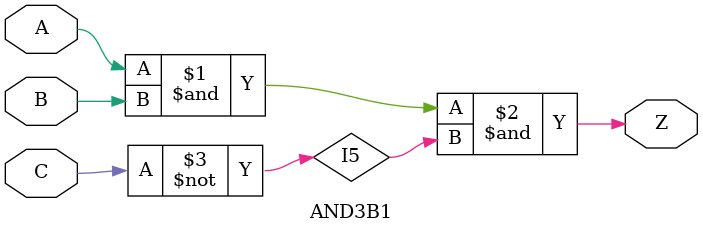
<source format=v>
`resetall
`timescale 1 ns / 100 ps

/* Created by DB2VERILOG Version 1.0.1.1 on Fri May 13 11:40:46 1994 */
/* module compiled from "lsl2db 3.6.4" run */


`celldefine
module  AND3B1   (A, B, C, Z);
input  A, B, C;
output Z;
and i1 (Z, A, B, I5);
not i2 (I5, C);

endmodule 
`endcelldefine

</source>
